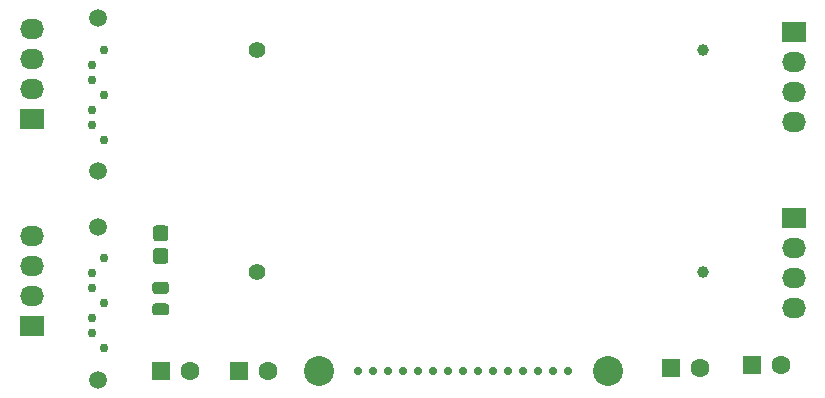
<source format=gbr>
%TF.GenerationSoftware,KiCad,Pcbnew,(5.1.10)-1*%
%TF.CreationDate,2021-07-14T07:55:42+08:00*%
%TF.ProjectId,2.5_SAS_Backend,322e355f-5341-4535-9f42-61636b656e64,rev?*%
%TF.SameCoordinates,Original*%
%TF.FileFunction,Soldermask,Top*%
%TF.FilePolarity,Negative*%
%FSLAX46Y46*%
G04 Gerber Fmt 4.6, Leading zero omitted, Abs format (unit mm)*
G04 Created by KiCad (PCBNEW (5.1.10)-1) date 2021-07-14 07:55:42*
%MOMM*%
%LPD*%
G01*
G04 APERTURE LIST*
%ADD10C,1.600000*%
%ADD11R,1.600000X1.600000*%
%ADD12R,2.030000X1.730000*%
%ADD13O,2.030000X1.730000*%
%ADD14C,0.700000*%
%ADD15C,2.540000*%
%ADD16C,1.500000*%
%ADD17C,0.750000*%
%ADD18C,1.000000*%
%ADD19C,1.400000*%
G04 APERTURE END LIST*
D10*
%TO.C,C1*%
X47204000Y-64262000D03*
D11*
X44704000Y-64262000D03*
%TD*%
D12*
%TO.C,M4*%
X33782000Y-60452000D03*
D13*
X33782000Y-57912000D03*
X33782000Y-55372000D03*
X33782000Y-52832000D03*
%TD*%
D12*
%TO.C,M3*%
X33782000Y-42926000D03*
D13*
X33782000Y-40386000D03*
X33782000Y-37846000D03*
X33782000Y-35306000D03*
%TD*%
D12*
%TO.C,M2*%
X98298000Y-35560000D03*
D13*
X98298000Y-38100000D03*
X98298000Y-40640000D03*
X98298000Y-43180000D03*
%TD*%
D12*
%TO.C,M1*%
X98298000Y-51308000D03*
D13*
X98298000Y-53848000D03*
X98298000Y-56388000D03*
X98298000Y-58928000D03*
%TD*%
%TO.C,R1*%
G36*
G01*
X45154001Y-57766000D02*
X44253999Y-57766000D01*
G75*
G02*
X44004000Y-57516001I0J249999D01*
G01*
X44004000Y-56990999D01*
G75*
G02*
X44253999Y-56741000I249999J0D01*
G01*
X45154001Y-56741000D01*
G75*
G02*
X45404000Y-56990999I0J-249999D01*
G01*
X45404000Y-57516001D01*
G75*
G02*
X45154001Y-57766000I-249999J0D01*
G01*
G37*
G36*
G01*
X45154001Y-59591000D02*
X44253999Y-59591000D01*
G75*
G02*
X44004000Y-59341001I0J249999D01*
G01*
X44004000Y-58815999D01*
G75*
G02*
X44253999Y-58566000I249999J0D01*
G01*
X45154001Y-58566000D01*
G75*
G02*
X45404000Y-58815999I0J-249999D01*
G01*
X45404000Y-59341001D01*
G75*
G02*
X45154001Y-59591000I-249999J0D01*
G01*
G37*
%TD*%
%TO.C,D1*%
G36*
G01*
X45104000Y-53294000D02*
X44304000Y-53294000D01*
G75*
G02*
X44054000Y-53044000I0J250000D01*
G01*
X44054000Y-52219000D01*
G75*
G02*
X44304000Y-51969000I250000J0D01*
G01*
X45104000Y-51969000D01*
G75*
G02*
X45354000Y-52219000I0J-250000D01*
G01*
X45354000Y-53044000D01*
G75*
G02*
X45104000Y-53294000I-250000J0D01*
G01*
G37*
G36*
G01*
X45104000Y-55219000D02*
X44304000Y-55219000D01*
G75*
G02*
X44054000Y-54969000I0J250000D01*
G01*
X44054000Y-54144000D01*
G75*
G02*
X44304000Y-53894000I250000J0D01*
G01*
X45104000Y-53894000D01*
G75*
G02*
X45354000Y-54144000I0J-250000D01*
G01*
X45354000Y-54969000D01*
G75*
G02*
X45104000Y-55219000I-250000J0D01*
G01*
G37*
%TD*%
D10*
%TO.C,C4*%
X97242000Y-63754000D03*
D11*
X94742000Y-63754000D03*
%TD*%
D10*
%TO.C,C3*%
X90384000Y-64008000D03*
D11*
X87884000Y-64008000D03*
%TD*%
D10*
%TO.C,C2*%
X53808000Y-64262000D03*
D11*
X51308000Y-64262000D03*
%TD*%
D14*
%TO.C,U2*%
X62680000Y-64262000D03*
X63950000Y-64262000D03*
X61410000Y-64262000D03*
X67760000Y-64262000D03*
X65220000Y-64262000D03*
X66490000Y-64262000D03*
X69030000Y-64262000D03*
X70300000Y-64262000D03*
X71570000Y-64262000D03*
X72840000Y-64262000D03*
X74110000Y-64262000D03*
X75380000Y-64262000D03*
X76650000Y-64262000D03*
X77920000Y-64262000D03*
X79190000Y-64262000D03*
D15*
X58140600Y-64262000D03*
X82550000Y-64262000D03*
%TD*%
D16*
%TO.C,U5*%
X39370000Y-52084000D03*
X39370000Y-65024000D03*
D17*
X39870000Y-54744000D03*
X38870000Y-56014000D03*
X38870000Y-57284000D03*
X39870000Y-58554000D03*
X38870000Y-59824000D03*
X38870000Y-61094000D03*
X39870000Y-62364000D03*
%TD*%
D16*
%TO.C,U3*%
X39370000Y-34424000D03*
X39370000Y-47364000D03*
D17*
X39870000Y-37084000D03*
X38870000Y-38354000D03*
X38870000Y-39624000D03*
X39870000Y-40894000D03*
X38870000Y-42164000D03*
X38870000Y-43434000D03*
X39870000Y-44704000D03*
%TD*%
D18*
%TO.C,U4*%
X90630000Y-55880000D03*
D19*
X52880000Y-55880000D03*
%TD*%
D18*
%TO.C,U1*%
X90630000Y-37084000D03*
D19*
X52880000Y-37084000D03*
%TD*%
M02*

</source>
